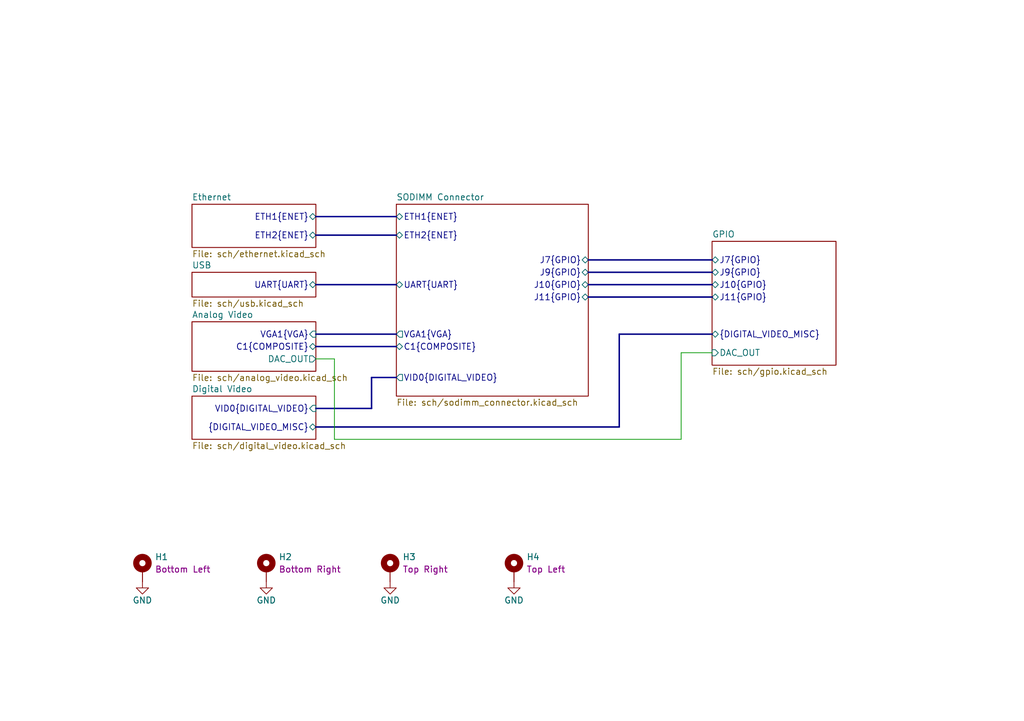
<source format=kicad_sch>
(kicad_sch (version 20231120) (generator "eeschema") (generator_version "8.0")
  (paper "A5")
  (title_block (title "Colorlight i5 expansion board") (date "2024-05-13") (rev "x") (comment 2 "CERN-OHL-W-2.0") (comment 3 "xxxxxxxx") (comment 4 "Filip Piórski"))
  (lib_symbols
    (symbol "Mechanical:MountingHole_Pad" (pin_numbers hide) (pin_names (offset 1.016) hide)
      (property "Reference" "H" (at 0 6.35 0))
      (property "Value" "MountingHole_Pad" (at 0 4.445 0))
      (symbol "MountingHole_Pad_0_1"
        (circle (center 0 1.27) (radius 1.27) (stroke (width 1.27)))
      )
      (symbol "MountingHole_Pad_1_1"
        (pin input line (at 0 -2.54 90) (length 2.54) (name "1") (number "1"))
      )
    )
    (symbol "power:GND" (power) (pin_names (offset 0))
      (property "Value" "GND" (at 0 -3.81 0))
      (symbol "GND_0_1"
        (polyline (pts (xy 0 0) (xy 0 -1.27) (xy 1.27 -1.27) (xy 0 -2.54) (xy -1.27 -1.27) (xy 0 -1.27)))
      )
      (symbol "GND_1_1"
        (pin power_in line (at 0 0 270) (length 0) hide (name "GND") (number "1"))
      )
    )
  )
  (bus (pts (xy 64.77 68.58) (xy 81.28 68.58)))
  (bus (pts (xy 120.65 58.42) (xy 146.05 58.42)))
  (bus (pts (xy 120.65 55.88) (xy 146.05 55.88)))
  (bus (pts (xy 64.77 71.12) (xy 81.28 71.12)))
  (wire (pts (xy 146.05 72.39) (xy 139.7 72.39)))
  (bus (pts (xy 120.65 53.34) (xy 146.05 53.34)))
  (bus (pts (xy 127 87.63) (xy 127 68.58)))
  (bus (pts (xy 76.2 83.82) (xy 76.2 77.47)))
  (bus (pts (xy 127 68.58) (xy 146.05 68.58)))
  (bus (pts (xy 64.77 87.63) (xy 127 87.63)))
  (bus (pts (xy 64.77 48.26) (xy 81.28 48.26)))
  (wire (pts (xy 68.58 73.66) (xy 68.58 90.17)))
  (bus (pts (xy 120.65 60.96) (xy 146.05 60.96)))
  (bus (pts (xy 76.2 77.47) (xy 81.28 77.47)))
  (bus (pts (xy 64.77 83.82) (xy 76.2 83.82)))
  (wire (pts (xy 68.58 73.66) (xy 64.77 73.66)))
  (wire (pts (xy 139.7 72.39) (xy 139.7 90.17)))
  (bus (pts (xy 64.77 58.42) (xy 81.28 58.42)))
  (wire (pts (xy 139.7 90.17) (xy 68.58 90.17)))
  (bus (pts (xy 64.77 44.45) (xy 81.28 44.45)))
  (symbol (lib_id "power:GND") (at 80.01 119.38 0) (unit 1)
    (property "Reference" "#PWR05" (effects (hide yes)))
    (property "Value" "GND" (at 80.01 123.19 0))
    (property "Description" "Power symbol creates a global label with name \"GND\" , ground" (effects (hide yes)))
  )
  (symbol (lib_id "Mechanical:MountingHole_Pad") (at 105.41 116.84 0) (unit 1) (in_bom no)
    (property "Reference" "H4" (at 107.95 114.3 0) (effects (justify left)))
    (property "Footprint" "MountingHole:MountingHole_3.2mm_M3_Pad_Via" (effects (hide yes)))
    (property "Description" "Mounting Hole with connection" (effects (hide yes)))
    (property "Position" "Top Left" (at 107.95 116.84 0) (effects (justify left)))
  )
  (symbol (lib_id "Mechanical:MountingHole_Pad") (at 80.01 116.84 0) (unit 1) (in_bom no)
    (property "Reference" "H3" (at 82.55 114.3 0) (effects (justify left)))
    (property "Footprint" "MountingHole:MountingHole_3.2mm_M3_Pad_Via" (effects (hide yes)))
    (property "Description" "Mounting Hole with connection" (effects (hide yes)))
    (property "Position" "Top Right" (at 82.55 116.84 0) (effects (justify left)))
  )
  (symbol (lib_id "power:GND") (at 54.61 119.38 0) (unit 1)
    (property "Reference" "#PWR04" (effects (hide yes)))
    (property "Value" "GND" (at 54.61 123.19 0))
    (property "Description" "Power symbol creates a global label with name \"GND\" , ground" (effects (hide yes)))
  )
  (symbol (lib_id "Mechanical:MountingHole_Pad") (at 29.21 116.84 0) (unit 1) (in_bom no)
    (property "Reference" "H1" (at 31.75 114.3 0) (effects (justify left)))
    (property "Footprint" "MountingHole:MountingHole_3.2mm_M3_Pad_Via" (effects (hide yes)))
    (property "Description" "Mounting Hole with connection" (effects (hide yes)))
    (property "Position" "Bottom Left" (at 31.75 116.84 0) (effects (justify left)))
  )
  (symbol (lib_id "power:GND") (at 105.41 119.38 0) (unit 1)
    (property "Reference" "#PWR06" (effects (hide yes)))
    (property "Value" "GND" (at 105.41 123.19 0))
    (property "Description" "Power symbol creates a global label with name \"GND\" , ground" (effects (hide yes)))
  )
  (symbol (lib_id "power:GND") (at 29.21 119.38 0) (unit 1)
    (property "Reference" "#PWR03" (effects (hide yes)))
    (property "Value" "GND" (at 29.21 123.19 0))
    (property "Description" "Power symbol creates a global label with name \"GND\" , ground" (effects (hide yes)))
  )
  (symbol (lib_id "Mechanical:MountingHole_Pad") (at 54.61 116.84 0) (unit 1) (in_bom no)
    (property "Reference" "H2" (at 57.15 114.3 0) (effects (justify left)))
    (property "Footprint" "MountingHole:MountingHole_3.2mm_M3_Pad_Via" (effects (hide yes)))
    (property "Description" "Mounting Hole with connection" (effects (hide yes)))
    (property "Position" "Bottom Right" (at 57.15 116.84 0) (effects (justify left)))
  )
  (sheet (at 146.05 49.53) (size 25.4 25.4) (stroke (width 0.1524))
    (property "Sheetname" "GPIO" (at 146.05 48.8184 0) (effects (justify left bottom)))
    (property "Sheetfile" "sch/gpio.kicad_sch" (at 146.05 75.5146 0) (effects (justify left top)))
    (pin "{DIGITAL_VIDEO_MISC}" bidirectional (at 146.05 68.58 180))
    (pin "DAC_OUT" input (at 146.05 72.39 180))
    (pin "J11{GPIO}" bidirectional (at 146.05 60.96 180))
    (pin "J7{GPIO}" bidirectional (at 146.05 53.34 180))
    (pin "J9{GPIO}" bidirectional (at 146.05 55.88 180))
    (pin "J10{GPIO}" bidirectional (at 146.05 58.42 180))
  )
  (sheet (at 39.37 66.04) (size 25.4 10.16) (stroke (width 0.1524))
    (property "Sheetname" "Analog Video" (at 39.37 65.3284 0) (effects (justify left bottom)))
    (property "Sheetfile" "sch/analog_video.kicad_sch" (at 39.37 76.7846 0) (effects (justify left top)))
    (pin "VGA1{VGA}" input (at 64.77 68.58 0))
    (pin "C1{COMPOSITE}" bidirectional (at 64.77 71.12 0))
    (pin "DAC_OUT" output (at 64.77 73.66 0))
  )
  (sheet (at 39.37 55.88) (size 25.4 5.08) (stroke (width 0.1524))
    (property "Sheetname" "USB" (at 39.37 55.1684 0) (effects (justify left bottom)))
    (property "Sheetfile" "sch/usb.kicad_sch" (at 39.37 61.5446 0) (effects (justify left top)))
    (pin "UART{UART}" bidirectional (at 64.77 58.42 0))
  )
  (sheet (at 39.37 41.91) (size 25.4 8.89) (stroke (width 0.1524))
    (property "Sheetname" "Ethernet" (at 39.37 41.1984 0) (effects (justify left bottom)))
    (property "Sheetfile" "sch/ethernet.kicad_sch" (at 39.37 51.3846 0) (effects (justify left top)))
    (pin "ETH1{ENET}" bidirectional (at 64.77 44.45 0))
    (pin "ETH2{ENET}" bidirectional (at 64.77 48.26 0))
  )
  (sheet (at 39.37 81.28) (size 25.4 8.89) (stroke (width 0.1524))
    (property "Sheetname" "Digital Video" (at 39.37 80.5684 0) (effects (justify left bottom)))
    (property "Sheetfile" "sch/digital_video.kicad_sch" (at 39.37 90.7546 0) (effects (justify left top)))
    (pin "{DIGITAL_VIDEO_MISC}" bidirectional (at 64.77 87.63 0))
    (pin "VID0{DIGITAL_VIDEO}" input (at 64.77 83.82 0))
  )
  (sheet (at 81.28 41.91) (size 39.37 39.37) (stroke (width 0.1524))
    (property "Sheetname" "SODIMM Connector" (at 81.28 41.1984 0) (effects (justify left bottom)))
    (property "Sheetfile" "sch/sodimm_connector.kicad_sch" (at 81.28 81.8646 0) (effects (justify left top)))
    (pin "ETH1{ENET}" bidirectional (at 81.28 44.45 180))
    (pin "UART{UART}" bidirectional (at 81.28 58.42 180))
    (pin "ETH2{ENET}" bidirectional (at 81.28 48.26 180))
    (pin "VID0{DIGITAL_VIDEO}" output (at 81.28 77.47 180))
    (pin "C1{COMPOSITE}" bidirectional (at 81.28 71.12 180))
    (pin "J11{GPIO}" bidirectional (at 120.65 60.96 0))
    (pin "J7{GPIO}" bidirectional (at 120.65 53.34 0))
    (pin "J9{GPIO}" bidirectional (at 120.65 55.88 0))
    (pin "J10{GPIO}" bidirectional (at 120.65 58.42 0))
    (pin "VGA1{VGA}" output (at 81.28 68.58 180))
  )
)
</source>
